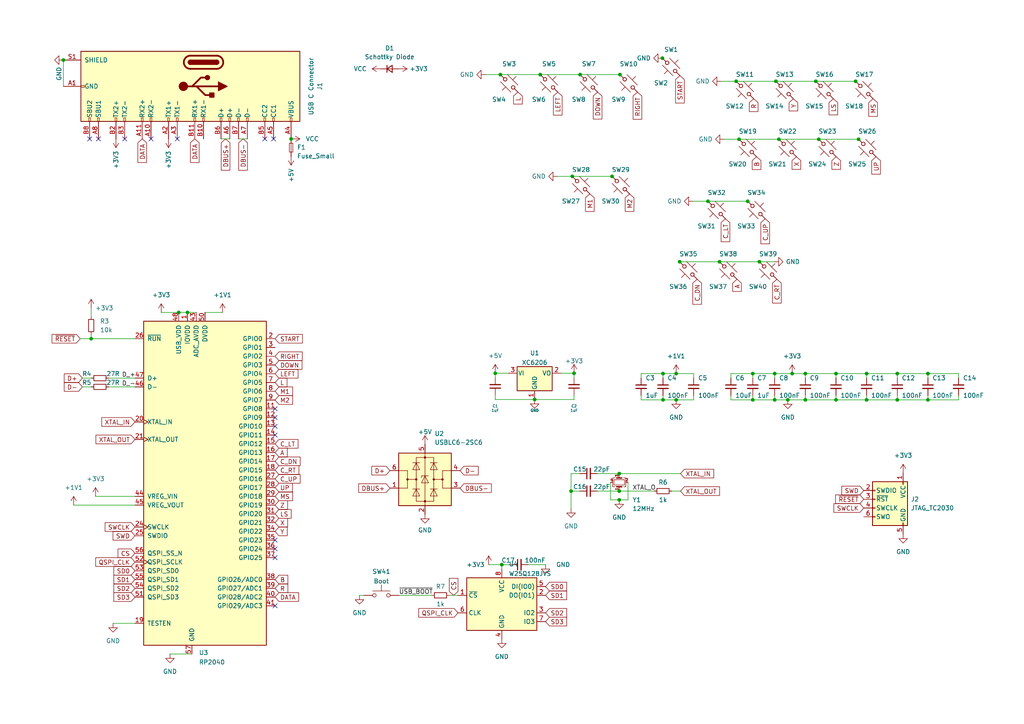
<source format=kicad_sch>
(kicad_sch (version 20211123) (generator eeschema)
  (paper "A4")
  (junction (at 179.6034 137.3632))
  (junction (at 218.3384 115.9764))
  (junction (at 251.3584 108.3564))
  (junction (at 237.4646 40.386))
  (junction (at 251.3584 115.9764))
  (junction (at 84.4296 40.2844))
  (junction (at 218.3384 108.3564))
  (junction (at 179.8066 21.6408))
  (junction (at 269.1384 108.3564))
  (junction (at 145.1356 21.6408))
  (junction (at 248.158 23.5712))
  (junction (at 155.067 115.8748) (diameter 0.9144))
  (junction (at 196.1134 108.3564))
  (junction (at 269.1384 115.9764))
  (junction (at 216.8652 58.3692))
  (junction (at 233.5784 108.3564))
  (junction (at 192.3034 115.9764))
  (junction (at 228.4984 115.9764))
  (junction (at 18.3896 17.4244))
  (junction (at 242.4684 115.9764))
  (junction (at 143.637 108.2548) (diameter 0.9144))
  (junction (at 26.4414 98.2472))
  (junction (at 229.7684 108.3564))
  (junction (at 236.6264 23.5712))
  (junction (at 249.0216 40.386))
  (junction (at 165.989 51.1556))
  (junction (at 51.8414 90.6272))
  (junction (at 224.6884 108.3564))
  (junction (at 197.1294 75.9206))
  (junction (at 196.1134 115.9764))
  (junction (at 165.6334 142.4432))
  (junction (at 260.2484 115.9764))
  (junction (at 54.3814 90.6272))
  (junction (at 179.6034 144.9832))
  (junction (at 192.3034 108.3564))
  (junction (at 179.6034 142.4432))
  (junction (at 214.3506 40.386))
  (junction (at 168.2496 21.6408))
  (junction (at 156.6926 21.6408))
  (junction (at 213.5124 23.5712))
  (junction (at 225.044 23.5712))
  (junction (at 233.5784 115.9764))
  (junction (at 145.542 163.7792))
  (junction (at 242.4684 108.3564))
  (junction (at 208.6864 75.9206))
  (junction (at 192.1256 16.8656))
  (junction (at 166.497 108.2548) (diameter 0.9144))
  (junction (at 224.6884 115.9764))
  (junction (at 225.9076 40.386))
  (junction (at 260.2484 108.3564))
  (junction (at 177.5206 51.1556))
  (junction (at 220.2434 75.9206))
  (junction (at 205.3336 58.3692))
  (no_connect (at 79.3496 40.2844))
  (no_connect (at 76.8096 40.2844))
  (no_connect (at 79.7814 118.5672))
  (no_connect (at 79.7814 121.1072))
  (no_connect (at 79.7814 123.6472))
  (no_connect (at 79.7814 126.1872))
  (no_connect (at 79.7814 156.6672))
  (no_connect (at 79.7814 159.2072))
  (no_connect (at 79.7814 161.7472))
  (no_connect (at 79.7814 175.7172))
  (no_connect (at 51.4096 40.2844))
  (no_connect (at 43.7896 40.2844))
  (no_connect (at 36.1696 40.2844))
  (no_connect (at 28.5496 40.2844))
  (no_connect (at 26.0096 40.2844))
  (wire (pts (xy 260.2484 114.7064) (xy 260.2484 115.9764)))
  (wire (pts (xy 192.3034 108.3564) (xy 185.9534 108.3564)))
  (wire (pts (xy 278.0284 108.3564) (xy 278.0284 109.6264)))
  (wire (pts (xy 205.3336 58.3692) (xy 216.8652 58.3692)))
  (wire (pts (xy 162.687 108.2548) (xy 166.497 108.2548)))
  (wire (pts (xy 32.7914 180.7972) (xy 39.1414 180.7972)))
  (wire (pts (xy 233.5784 108.3564) (xy 233.5784 109.6264)))
  (wire (pts (xy 156.6926 21.6408) (xy 168.2496 21.6408)))
  (wire (pts (xy 39.1414 146.5072) (xy 21.3614 146.5072)))
  (wire (pts (xy 224.6884 108.3564) (xy 224.6884 109.6264)))
  (wire (pts (xy 218.3384 114.7064) (xy 218.3384 115.9764)))
  (wire (pts (xy 213.5124 23.5712) (xy 225.044 23.5712)))
  (wire (pts (xy 224.5614 75.9206) (xy 220.2434 75.9206)))
  (wire (pts (xy 59.4614 90.6272) (xy 64.5414 90.6272)))
  (wire (pts (xy 269.1384 108.3564) (xy 278.0284 108.3564)))
  (wire (pts (xy 31.5214 109.6772) (xy 39.1414 109.6772)))
  (wire (pts (xy 260.2484 115.9764) (xy 269.1384 115.9764)))
  (wire (pts (xy 182.1434 139.9032) (xy 182.1434 144.9832)))
  (wire (pts (xy 218.3384 115.9764) (xy 224.6884 115.9764)))
  (wire (pts (xy 155.067 115.8748) (xy 166.497 115.8748)))
  (wire (pts (xy 165.6334 137.3632) (xy 165.6334 142.4432)))
  (wire (pts (xy 197.1294 75.9206) (xy 208.6864 75.9206)))
  (wire (pts (xy 153.162 163.7792) (xy 158.242 163.7792)))
  (wire (pts (xy 278.0284 115.9764) (xy 278.0284 114.7064)))
  (wire (pts (xy 211.9884 114.7064) (xy 211.9884 115.9764)))
  (wire (pts (xy 211.9884 109.6264) (xy 211.9884 108.3564)))
  (wire (pts (xy 54.3814 90.6272) (xy 56.9214 90.6272)))
  (wire (pts (xy 196.1134 108.3564) (xy 201.1934 108.3564)))
  (wire (pts (xy 161.671 51.1556) (xy 165.989 51.1556)))
  (wire (pts (xy 182.1434 144.9832) (xy 179.6034 144.9832)))
  (wire (pts (xy 208.6864 75.9206) (xy 220.2434 75.9206)))
  (wire (pts (xy 177.0634 144.9832) (xy 179.6034 144.9832)))
  (wire (pts (xy 236.6264 23.5712) (xy 248.158 23.5712)))
  (wire (pts (xy 242.4684 108.3564) (xy 251.3584 108.3564)))
  (wire (pts (xy 192.3034 114.7064) (xy 192.3034 115.9764)))
  (wire (pts (xy 233.5784 115.9764) (xy 233.5784 114.7064)))
  (wire (pts (xy 185.9534 115.9764) (xy 192.3034 115.9764)))
  (wire (pts (xy 196.1134 108.3564) (xy 192.3034 108.3564)))
  (wire (pts (xy 185.9534 114.7064) (xy 185.9534 115.9764)))
  (wire (pts (xy 251.3584 108.3564) (xy 260.2484 108.3564)))
  (wire (pts (xy 224.6884 114.7064) (xy 224.6884 115.9764)))
  (wire (pts (xy 260.2484 108.3564) (xy 269.1384 108.3564)))
  (wire (pts (xy 49.3014 189.6872) (xy 55.6514 189.6872)))
  (wire (pts (xy 23.9014 112.2172) (xy 26.4414 112.2172)))
  (wire (pts (xy 173.2534 142.4432) (xy 179.6034 142.4432)))
  (wire (pts (xy 104.267 172.6692) (xy 105.537 172.6692)))
  (wire (pts (xy 211.9884 108.3564) (xy 218.3384 108.3564)))
  (wire (pts (xy 192.3034 108.3564) (xy 192.3034 109.6264)))
  (wire (pts (xy 225.044 23.5712) (xy 236.6264 23.5712)))
  (wire (pts (xy 143.637 114.6048) (xy 143.637 115.8748)))
  (wire (pts (xy 224.6884 108.3564) (xy 229.7684 108.3564)))
  (wire (pts (xy 233.5784 108.3564) (xy 242.4684 108.3564)))
  (wire (pts (xy 23.9014 109.6772) (xy 26.4414 109.6772)))
  (wire (pts (xy 145.542 163.7792) (xy 145.542 165.0492)))
  (wire (pts (xy 225.9076 40.386) (xy 237.4646 40.386)))
  (wire (pts (xy 179.6034 137.3632) (xy 197.3834 137.3632)))
  (wire (pts (xy 26.4414 98.2472) (xy 39.1414 98.2472)))
  (wire (pts (xy 211.9884 115.9764) (xy 218.3384 115.9764)))
  (wire (pts (xy 27.7114 143.9672) (xy 39.1414 143.9672)))
  (wire (pts (xy 26.4414 89.3572) (xy 26.4414 91.8972)))
  (wire (pts (xy 237.4646 40.386) (xy 249.0216 40.386)))
  (wire (pts (xy 224.6884 115.9764) (xy 228.4984 115.9764)))
  (wire (pts (xy 143.637 108.2548) (xy 143.637 109.5248)))
  (wire (pts (xy 66.6496 40.2844) (xy 64.1096 40.2844)))
  (wire (pts (xy 214.3506 40.386) (xy 225.9076 40.386)))
  (wire (pts (xy 269.1384 115.9764) (xy 278.0284 115.9764)))
  (wire (pts (xy 233.5784 115.9764) (xy 242.4684 115.9764)))
  (wire (pts (xy 192.3034 115.9764) (xy 196.1134 115.9764)))
  (wire (pts (xy 166.497 114.6048) (xy 166.497 115.8748)))
  (wire (pts (xy 140.8176 21.6408) (xy 145.1356 21.6408)))
  (wire (pts (xy 251.3584 115.9764) (xy 260.2484 115.9764)))
  (wire (pts (xy 165.6334 142.4432) (xy 165.6334 147.5232)))
  (wire (pts (xy 155.067 115.8748) (xy 143.637 115.8748)))
  (wire (pts (xy 229.7684 108.3564) (xy 233.5784 108.3564)))
  (wire (pts (xy 26.4414 96.9772) (xy 26.4414 98.2472)))
  (wire (pts (xy 185.9534 108.3564) (xy 185.9534 109.6264)))
  (wire (pts (xy 251.3584 114.7064) (xy 251.3584 115.9764)))
  (wire (pts (xy 130.302 172.6692) (xy 132.842 172.6692)))
  (wire (pts (xy 71.7296 40.2844) (xy 69.1896 40.2844)))
  (wire (pts (xy 251.3584 108.3564) (xy 251.3584 109.6264)))
  (wire (pts (xy 18.3896 17.4244) (xy 18.3896 25.0444)))
  (wire (pts (xy 177.0634 139.9032) (xy 177.0634 144.9832)))
  (wire (pts (xy 165.989 51.1556) (xy 177.5206 51.1556)))
  (wire (pts (xy 269.1384 108.3564) (xy 269.1384 109.6264)))
  (wire (pts (xy 173.2534 137.3632) (xy 179.6034 137.3632)))
  (wire (pts (xy 201.1934 115.9764) (xy 201.1934 114.7064)))
  (wire (pts (xy 242.4684 115.9764) (xy 251.3584 115.9764)))
  (wire (pts (xy 166.497 108.2548) (xy 166.497 109.5248)))
  (wire (pts (xy 210.058 40.386) (xy 214.3506 40.386)))
  (wire (pts (xy 145.542 163.7792) (xy 148.082 163.7792)))
  (wire (pts (xy 218.3384 108.3564) (xy 218.3384 109.6264)))
  (wire (pts (xy 168.2496 21.6408) (xy 179.8066 21.6408)))
  (wire (pts (xy 242.4684 108.3564) (xy 242.4684 109.6264)))
  (wire (pts (xy 143.637 108.2548) (xy 147.447 108.2548)))
  (wire (pts (xy 46.7614 90.6272) (xy 51.8414 90.6272)))
  (wire (pts (xy 201.0156 58.3692) (xy 205.3336 58.3692)))
  (wire (pts (xy 260.2484 108.3564) (xy 260.2484 109.6264)))
  (wire (pts (xy 224.6884 108.3564) (xy 218.3384 108.3564)))
  (wire (pts (xy 51.8414 90.6272) (xy 54.3814 90.6272)))
  (wire (pts (xy 145.1356 21.6408) (xy 156.6926 21.6408)))
  (wire (pts (xy 168.1734 137.3632) (xy 165.6334 137.3632)))
  (wire (pts (xy 141.732 163.7792) (xy 145.542 163.7792)))
  (wire (pts (xy 201.1934 108.3564) (xy 201.1934 109.6264)))
  (wire (pts (xy 165.6334 142.4432) (xy 168.1734 142.4432)))
  (wire (pts (xy 228.4984 115.9764) (xy 233.5784 115.9764)))
  (wire (pts (xy 31.5214 112.2172) (xy 39.1414 112.2172)))
  (wire (pts (xy 209.1944 23.5712) (xy 213.5124 23.5712)))
  (wire (pts (xy 23.2664 98.2472) (xy 26.4414 98.2472)))
  (wire (pts (xy 269.1384 115.9764) (xy 269.1384 114.7064)))
  (wire (pts (xy 196.1134 115.9764) (xy 201.1934 115.9764)))
  (wire (pts (xy 179.6034 142.4432) (xy 189.7634 142.4432)))
  (wire (pts (xy 115.697 172.6692) (xy 125.222 172.6692)))
  (wire (pts (xy 194.8434 142.4432) (xy 197.3834 142.4432)))
  (wire (pts (xy 242.4684 115.9764) (xy 242.4684 114.7064)))
  (label "D_-" (at 35.3314 112.2172 0))
  (label "~{USB_BOOT}" (at 115.697 172.6692 0))
  (label "D_+" (at 35.3314 109.6772 0))
  (label "XTAL_O" (at 183.4134 142.4432 0))
  (global_label "START" (shape input) (at 79.7814 98.2472 0) (property "Intersheet References" "${INTERSHEET_REFS}" (effects hide)))
  (global_label "SD0" (shape input) (at 158.242 170.1292 0) (property "Intersheet References" "${INTERSHEET_REFS}" (effects hide)))
  (global_label "RIGHT" (shape input) (at 184.8866 26.7208 270) (property "Intersheet References" "${INTERSHEET_REFS}" (effects hide)))
  (global_label "SD2" (shape input) (at 158.242 177.7492 0) (property "Intersheet References" "${INTERSHEET_REFS}" (effects hide)))
  (global_label "SD2" (shape input) (at 39.1414 170.6372 180) (property "Intersheet References" "${INTERSHEET_REFS}" (effects hide)))
  (global_label "DBUS+" (shape input) (at 113.1062 141.5796 180) (property "Intersheet References" "${INTERSHEET_REFS}" (effects hide)))
  (global_label "SWD" (shape input) (at 39.1414 155.3972 180) (property "Intersheet References" "${INTERSHEET_REFS}" (effects hide)))
  (global_label "SWCLK" (shape input) (at 39.1414 152.8572 180) (property "Intersheet References" "${INTERSHEET_REFS}" (effects hide)))
  (global_label "RIGHT" (shape input) (at 79.7814 103.3272 0) (property "Intersheet References" "${INTERSHEET_REFS}" (effects hide)))
  (global_label "D+" (shape input) (at 23.9014 109.6772 180) (property "Intersheet References" "${INTERSHEET_REFS}" (effects hide)))
  (global_label "M2" (shape input) (at 182.6006 56.2356 270) (property "Intersheet References" "${INTERSHEET_REFS}" (effects hide)))
  (global_label "C_RT" (shape input) (at 225.3234 81.0006 270) (property "Intersheet References" "${INTERSHEET_REFS}" (effects hide)))
  (global_label "DATA" (shape input) (at 56.4896 40.2844 270) (property "Intersheet References" "${INTERSHEET_REFS}" (effects hide)))
  (global_label "M2" (shape input) (at 79.7814 116.0272 0) (property "Intersheet References" "${INTERSHEET_REFS}" (effects hide)))
  (global_label "DBUS-" (shape input) (at 133.4262 141.5796 0) (property "Intersheet References" "${INTERSHEET_REFS}" (effects hide)))
  (global_label "D-" (shape input) (at 133.4262 136.4996 0) (property "Intersheet References" "${INTERSHEET_REFS}" (effects hide)))
  (global_label "DOWN" (shape input) (at 173.3296 26.7208 270) (property "Intersheet References" "${INTERSHEET_REFS}" (effects hide)))
  (global_label "L" (shape input) (at 79.7814 110.9472 0) (property "Intersheet References" "${INTERSHEET_REFS}" (effects hide)))
  (global_label "SD3" (shape input) (at 158.242 180.2892 0) (property "Intersheet References" "${INTERSHEET_REFS}" (effects hide)))
  (global_label "QSPI_CLK" (shape input) (at 132.842 177.7492 180) (property "Intersheet References" "${INTERSHEET_REFS}" (effects hide)))
  (global_label "Y" (shape input) (at 79.7814 154.1272 0) (property "Intersheet References" "${INTERSHEET_REFS}" (effects hide)))
  (global_label "CS" (shape input) (at 131.572 172.6692 90) (property "Intersheet References" "${INTERSHEET_REFS}" (effects hide)))
  (global_label "DATA" (shape input) (at 41.2496 40.2844 270) (property "Intersheet References" "${INTERSHEET_REFS}" (effects hide)))
  (global_label "SD3" (shape input) (at 39.1414 173.1772 180) (property "Intersheet References" "${INTERSHEET_REFS}" (effects hide)))
  (global_label "QSPI_CLK" (shape input) (at 39.1414 163.0172 180) (property "Intersheet References" "${INTERSHEET_REFS}" (effects hide)))
  (global_label "DBUS+" (shape input) (at 65.4304 40.2844 270) (property "Intersheet References" "${INTERSHEET_REFS}" (effects hide)))
  (global_label "L" (shape input) (at 150.2156 26.7208 270) (property "Intersheet References" "${INTERSHEET_REFS}" (effects hide)))
  (global_label "C_DN" (shape input) (at 79.7814 133.8072 0) (property "Intersheet References" "${INTERSHEET_REFS}" (effects hide)))
  (global_label "R" (shape input) (at 79.7814 170.6372 0) (property "Intersheet References" "${INTERSHEET_REFS}" (effects hide)))
  (global_label "Z" (shape input) (at 79.7814 146.5072 0) (property "Intersheet References" "${INTERSHEET_REFS}" (effects hide)))
  (global_label "LS" (shape input) (at 241.7064 28.6512 270) (property "Intersheet References" "${INTERSHEET_REFS}" (effects hide)))
  (global_label "~{RESET}" (shape input) (at 23.2664 98.2472 180) (property "Intersheet References" "${INTERSHEET_REFS}" (effects hide)))
  (global_label "~{RESET}" (shape input) (at 250.5202 144.8054 180) (property "Intersheet References" "${INTERSHEET_REFS}" (effects hide)))
  (global_label "XTAL_OUT" (shape input) (at 39.1414 127.4572 180) (property "Intersheet References" "${INTERSHEET_REFS}" (effects hide)))
  (global_label "SD1" (shape input) (at 39.1414 168.0972 180) (property "Intersheet References" "${INTERSHEET_REFS}" (effects hide)))
  (global_label "SWCLK" (shape input) (at 250.5202 147.3454 180) (property "Intersheet References" "${INTERSHEET_REFS}" (effects hide)))
  (global_label "X" (shape input) (at 79.7814 151.5872 0) (property "Intersheet References" "${INTERSHEET_REFS}" (effects hide)))
  (global_label "A" (shape input) (at 79.7814 131.2672 0) (property "Intersheet References" "${INTERSHEET_REFS}" (effects hide)))
  (global_label "XTAL_OUT" (shape input) (at 197.3834 142.4432 0) (property "Intersheet References" "${INTERSHEET_REFS}" (effects hide)))
  (global_label "LEFT" (shape input) (at 161.7726 26.7208 270) (property "Intersheet References" "${INTERSHEET_REFS}" (effects hide)))
  (global_label "CS" (shape input) (at 39.1414 160.4772 180) (property "Intersheet References" "${INTERSHEET_REFS}" (effects hide)))
  (global_label "LS" (shape input) (at 79.7814 149.0472 0) (property "Intersheet References" "${INTERSHEET_REFS}" (effects hide)))
  (global_label "A" (shape input) (at 213.7664 81.0006 270) (property "Intersheet References" "${INTERSHEET_REFS}" (effects hide)))
  (global_label "START" (shape input) (at 197.2056 21.9456 270) (property "Intersheet References" "${INTERSHEET_REFS}" (effects hide)))
  (global_label "Y" (shape input) (at 230.124 28.6512 270) (property "Intersheet References" "${INTERSHEET_REFS}" (effects hide)))
  (global_label "SD0" (shape input) (at 39.1414 165.5572 180) (property "Intersheet References" "${INTERSHEET_REFS}" (effects hide)))
  (global_label "SD1" (shape input) (at 158.242 172.6692 0) (property "Intersheet References" "${INTERSHEET_REFS}" (effects hide)))
  (global_label "DOWN" (shape input) (at 79.7814 105.8672 0) (property "Intersheet References" "${INTERSHEET_REFS}" (effects hide)))
  (global_label "LEFT" (shape input) (at 79.7814 108.4072 0) (property "Intersheet References" "${INTERSHEET_REFS}" (effects hide)))
  (global_label "DBUS-" (shape input) (at 70.5104 40.2844 270) (property "Intersheet References" "${INTERSHEET_REFS}" (effects hide)))
  (global_label "C_LT" (shape input) (at 210.4136 63.4492 270) (property "Intersheet References" "${INTERSHEET_REFS}" (effects hide)))
  (global_label "UP" (shape input) (at 79.7814 141.4272 0) (property "Intersheet References" "${INTERSHEET_REFS}" (effects hide)))
  (global_label "X" (shape input) (at 230.9876 45.466 270) (property "Intersheet References" "${INTERSHEET_REFS}" (effects hide)))
  (global_label "C_LT" (shape input) (at 79.7814 128.7272 0) (property "Intersheet References" "${INTERSHEET_REFS}" (effects hide)))
  (global_label "Z" (shape input) (at 242.5446 45.466 270) (property "Intersheet References" "${INTERSHEET_REFS}" (effects hide)))
  (global_label "R" (shape input) (at 218.5924 28.6512 270) (property "Intersheet References" "${INTERSHEET_REFS}" (effects hide)))
  (global_label "XTAL_IN" (shape input) (at 197.3834 137.3632 0) (property "Intersheet References" "${INTERSHEET_REFS}" (effects hide)))
  (global_label "D+" (shape input) (at 113.1062 136.4996 180) (property "Intersheet References" "${INTERSHEET_REFS}" (effects hide)))
  (global_label "DATA" (shape input) (at 79.7814 173.1772 0) (property "Intersheet References" "${INTERSHEET_REFS}" (effects hide)))
  (global_label "C_DN" (shape input) (at 202.2094 81.0006 270) (property "Intersheet References" "${INTERSHEET_REFS}" (effects hide)))
  (global_label "C_RT" (shape input) (at 79.7814 136.3472 0) (property "Intersheet References" "${INTERSHEET_REFS}" (effects hide)))
  (global_label "MS" (shape input) (at 79.7814 143.9672 0) (property "Intersheet References" "${INTERSHEET_REFS}" (effects hide)))
  (global_label "M1" (shape input) (at 79.7814 113.4872 0) (property "Intersheet References" "${INTERSHEET_REFS}" (effects hide)))
  (global_label "D-" (shape input) (at 23.9014 112.2172 180) (property "Intersheet References" "${INTERSHEET_REFS}" (effects hide)))
  (global_label "M1" (shape input) (at 171.069 56.2356 270) (property "Intersheet References" "${INTERSHEET_REFS}" (effects hide)))
  (global_label "MS" (shape input) (at 253.238 28.6512 270) (property "Intersheet References" "${INTERSHEET_REFS}" (effects hide)))
  (global_label "SWD" (shape input) (at 250.5202 142.2654 180) (property "Intersheet References" "${INTERSHEET_REFS}" (effects hide)))
  (global_label "C_UP" (shape input) (at 79.7814 138.8872 0) (property "Intersheet References" "${INTERSHEET_REFS}" (effects hide)))
  (global_label "XTAL_IN" (shape input) (at 39.1414 122.3772 180) (property "Intersheet References" "${INTERSHEET_REFS}" (effects hide)))
  (global_label "B" (shape input) (at 79.7814 168.0972 0) (property "Intersheet References" "${INTERSHEET_REFS}" (effects hide)))
  (global_label "C_UP" (shape input) (at 221.9452 63.4492 270) (property "Intersheet References" "${INTERSHEET_REFS}" (effects hide)))
  (global_label "B" (shape input) (at 219.4306 45.466 270) (property "Intersheet References" "${INTERSHEET_REFS}" (effects hide)))
  (global_label "UP" (shape input) (at 254.1016 45.466 270) (property "Intersheet References" "${INTERSHEET_REFS}" (effects hide)))
  (symbol (lib_id "power:+3V3") (at 27.7114 143.9672 0) (unit 1)
    (property "Reference" "#PWR028" (effects hide))
    (property "Value" "+3V3" (at 27.7114 138.8872 0))
  )
  (symbol (lib_id "Device:R_Small") (at 26.4414 94.4372 0) (unit 1)
    (property "Reference" "R3" (at 28.9814 93.1671 0) (effects (justify left)))
    (property "Value" "10k" (at 28.9814 95.7071 0) (effects (justify left)))
    (property "Footprint" "Resistor_SMD:R_0402_1005Metric" (effects hide))
    (property "LCSC" "C25744" (effects hide))
  )
  (symbol (lib_id "marbastlib-mx:MX_SW_solder") (at 239.1664 26.1112 180) (unit 1)
    (property "Reference" "SW15" (at 236.22 30.7848 0))
    (property "Value" "MX_SW_solder" (effects hide))
    (property "Footprint" "marbastlib-mx:SW_MX_1u" (effects hide))
  )
  (symbol (lib_id "power:+3V3") (at 33.6296 40.2844 180) (unit 1)
    (property "Reference" "#PWR07" (effects hide))
    (property "Value" "+3V3" (at 33.6297 43.7388 90) (effects (justify left)))
  )
  (symbol (lib_id "marbastlib-mx:MX_SW_solder") (at 168.529 53.6956 180) (unit 1)
    (property "Reference" "SW27" (at 165.5826 58.3692 0))
    (property "Value" "MX_SW_solder" (effects hide))
    (property "Footprint" "marbastlib-mx:SW_MX_1u" (effects hide))
  )
  (symbol (lib_id "Device:C_Small") (at 170.7134 142.4432 90) (unit 1)
    (property "Reference" "C16" (at 168.1734 141.1732 90))
    (property "Value" "22pF" (at 174.5234 141.1732 90))
    (property "Footprint" "Capacitor_SMD:C_0402_1005Metric" (effects hide))
    (property "LCSC" "C1555" (effects hide))
  )
  (symbol (lib_id "Device:C_Small") (at 185.9534 112.1664 0) (unit 1)
    (property "Reference" "C3" (at 187.2234 109.6263 0) (effects (justify left)))
    (property "Value" "1uF" (at 187.2234 114.7063 0) (effects (justify left)))
    (property "Footprint" "Capacitor_SMD:C_0402_1005Metric" (effects hide))
    (property "LCSC" "C52923" (effects hide))
  )
  (symbol (lib_id "Device:C_Small") (at 143.637 112.0648 180) (unit 1)
    (property "Reference" "C1" (at 143.637 117.7798 0) (effects (font (size 0.762 0.762))))
    (property "Value" "1uF" (at 143.637 119.0498 0) (effects (font (size 0.762 0.762))))
    (property "Footprint" "Capacitor_SMD:C_0402_1005Metric" (effects hide))
    (property "LCSC" "C52923" (effects hide))
  )
  (symbol (lib_id "marbastlib-mx:MX_SW_HS") (at 222.7834 78.4606 0) (unit 1)
    (property "Reference" "SW39" (at 222.7834 73.66 0))
    (property "Value" "MX_SW_HS" (effects hide))
    (property "Footprint" "marbastlib-mx:SW_MX_HS_1u" (effects hide))
  )
  (symbol (lib_id "power:+3V3") (at 48.8696 40.2844 180) (unit 1)
    (property "Reference" "#PWR08" (effects hide))
    (property "Value" "+3V3" (at 48.8697 43.7388 90) (effects (justify left)))
  )
  (symbol (lib_id "Device:C_Small") (at 150.622 163.7792 90) (unit 1)
    (property "Reference" "C17" (at 149.3519 162.5092 90) (effects (justify left)))
    (property "Value" "100nF" (at 158.2419 162.5092 90) (effects (justify left)))
    (property "Footprint" "Capacitor_SMD:C_0402_1005Metric" (effects hide))
    (property "LCSC" "C1525" (effects hide))
  )
  (symbol (lib_id "Device:C_Small") (at 218.3384 112.1664 0) (unit 1)
    (property "Reference" "C7" (at 219.6084 109.6263 0) (effects (justify left)))
    (property "Value" "1uF" (at 219.6084 114.7063 0) (effects (justify left)))
    (property "Footprint" "Capacitor_SMD:C_0402_1005Metric" (effects hide))
    (property "LCSC" "C52923" (effects hide))
  )
  (symbol (lib_id "marbastlib-mx:MX_SW_HS") (at 180.0606 53.6956 0) (unit 1)
    (property "Reference" "SW29" (at 180.0606 49.2252 0))
    (property "Value" "MX_SW_HS" (effects hide))
    (property "Footprint" "marbastlib-mx:SW_MX_HS_1u" (effects hide))
  )
  (symbol (lib_id "marbastlib-mx:MX_SW_solder") (at 219.4052 60.9092 180) (unit 1)
    (property "Reference" "SW33" (at 216.4588 65.5828 0))
    (property "Value" "MX_SW_solder" (effects hide))
    (property "Footprint" "marbastlib-mx:SW_MX_1u" (effects hide))
  )
  (symbol (lib_id "marbastlib-mx:MX_SW_solder") (at 180.0606 53.6956 180) (unit 1)
    (property "Reference" "SW30" (at 177.1142 58.3692 0))
    (property "Value" "MX_SW_solder" (effects hide))
    (property "Footprint" "marbastlib-mx:SW_MX_1u" (effects hide))
  )
  (symbol (lib_id "Device:R_Small") (at 28.9814 112.2172 90) (unit 1)
    (property "Reference" "R5" (at 25.1714 110.9472 90))
    (property "Value" "27R" (at 32.7914 110.9472 90))
    (property "Footprint" "Resistor_SMD:R_0603_1608Metric" (effects hide))
    (property "LCSC" "C25190" (effects hide))
  )
  (symbol (lib_id "marbastlib-mx:MX_SW_solder") (at 228.4476 42.926 180) (unit 1)
    (property "Reference" "SW21" (at 225.5012 47.5996 0))
    (property "Value" "MX_SW_solder" (effects hide))
    (property "Footprint" "marbastlib-mx:SW_MX_1u" (effects hide))
  )
  (symbol (lib_id "marbastlib-mx:MX_SW_solder") (at 211.2264 78.4606 180) (unit 1)
    (property "Reference" "SW37" (at 208.28 83.1342 0))
    (property "Value" "MX_SW_solder" (effects hide))
    (property "Footprint" "marbastlib-mx:SW_MX_1u" (effects hide))
  )
  (symbol (lib_id "marbastlib-mx:MX_SW_HS") (at 170.7896 24.1808 0) (unit 1)
    (property "Reference" "SW7" (at 170.7896 18.542 0))
    (property "Value" "MX_SW_HS" (effects hide))
    (property "Footprint" "marbastlib-mx:SW_MX_HS_1u" (effects hide))
  )
  (symbol (lib_id "Device:C_Small") (at 242.4684 112.1664 0) (unit 1)
    (property "Reference" "C10" (at 243.7384 109.6263 0) (effects (justify left)))
    (property "Value" "100nF" (at 243.7384 114.7063 0) (effects (justify left)))
    (property "Footprint" "Capacitor_SMD:C_0402_1005Metric" (effects hide))
    (property "LCSC" "C1525" (effects hide))
  )
  (symbol (lib_id "Device:Fuse_Small") (at 84.4296 42.8244 270) (unit 1)
    (property "Reference" "F1" (at 86.1568 42.7228 90) (effects (justify left)))
    (property "Value" "Fuse_Small" (at 86.1568 45.2628 90) (effects (justify left)))
    (property "Footprint" "Fuse:Fuse_1206_3216Metric" (effects hide))
  )
  (symbol (lib_id "Device:R_Small") (at 28.9814 109.6772 90) (unit 1)
    (property "Reference" "R4" (at 25.1714 108.4072 90))
    (property "Value" "27R" (at 32.7914 108.4072 90))
    (property "Footprint" "Resistor_SMD:R_0603_1608Metric" (effects hide))
    (property "LCSC" "C25190" (effects hide))
  )
  (symbol (lib_id "Power_Protection:USBLC6-2SC6") (at 123.2662 139.0396 0) (unit 1)
    (property "Reference" "U2" (at 126.0349 125.7808 0) (effects (justify left)))
    (property "Value" "USBLC6-2SC6" (at 126.0349 128.3208 0) (effects (justify left)))
    (property "Footprint" "Package_TO_SOT_SMD:SOT-23-6" (effects hide))
    (property "Datasheet" "https://www.st.com/resource/en/datasheet/usblc6-2.pdf" (effects hide))
  )
  (symbol (lib_id "power:GND") (at 123.2662 149.1996 0) (unit 1)
    (property "Reference" "#PWR032" (effects hide))
    (property "Value" "GND" (at 123.2662 153.7621 0))
  )
  (symbol (lib_id "marbastlib-mx:MX_SW_solder") (at 251.5616 42.926 180) (unit 1)
    (property "Reference" "SW25" (at 248.6152 47.5996 0))
    (property "Value" "MX_SW_solder" (effects hide))
    (property "Footprint" "marbastlib-mx:SW_MX_1u" (effects hide))
  )
  (symbol (lib_id "power:+1V1") (at 196.1134 108.3564 0) (unit 1)
    (property "Reference" "#PWR021" (effects hide))
    (property "Value" "+1V1" (at 196.1134 103.2764 0))
  )
  (symbol (lib_id "marbastlib-mx:MX_SW_HS") (at 159.2326 24.1808 0) (unit 1)
    (property "Reference" "SW5" (at 159.2326 18.542 0))
    (property "Value" "MX_SW_HS" (effects hide))
    (property "Footprint" "marbastlib-mx:SW_MX_HS_1u" (effects hide))
  )
  (symbol (lib_id "Device:R_Small") (at 192.3034 142.4432 90) (unit 1)
    (property "Reference" "R6" (at 192.3034 139.9032 90))
    (property "Value" "1k" (at 192.3034 144.9832 90))
    (property "Footprint" "Resistor_SMD:R_0402_1005Metric" (effects hide))
    (property "LCSC" "C11702" (effects hide))
  )
  (symbol (lib_id "power:GND") (at 161.671 51.1556 270) (unit 1)
    (property "Reference" "#PWR012" (effects hide))
    (property "Value" "GND" (at 158.3182 51.1555 90) (effects (justify right)))
  )
  (symbol (lib_id "Memory_Flash:W25Q128JVS") (at 145.542 175.2092 0) (unit 1)
    (property "Reference" "U4" (at 147.5614 163.6227 0) (effects (justify left)))
    (property "Value" "W25Q128JVS" (at 147.5614 166.3978 0) (effects (justify left)))
    (property "Footprint" "Package_SO:SOIC-8_5.23x5.23mm_P1.27mm" (effects hide))
    (property "Datasheet" "http://www.winbond.com/resource-files/w25q128jv_dtr%20revc%2003272018%20plus.pdf" (effects hide))
    (property "LCSC" "C97521" (effects hide))
  )
  (symbol (lib_id "marbastlib-mx:MX_SW_HS") (at 240.0046 42.926 0) (unit 1)
    (property "Reference" "SW23" (at 240.0046 38.1 0))
    (property "Value" "MX_SW_HS" (effects hide))
    (property "Footprint" "marbastlib-mx:SW_MX_HS_1u" (effects hide))
  )
  (symbol (lib_id "marbastlib-mx:MX_SW_HS") (at 216.8906 42.926 0) (unit 1)
    (property "Reference" "SW19" (at 216.8906 38.1 0))
    (property "Value" "MX_SW_HS" (effects hide))
    (property "Footprint" "marbastlib-mx:SW_MX_HS_1u" (effects hide))
  )
  (symbol (lib_id "power:+3.3V") (at 166.497 108.2548 0) (unit 1)
    (property "Reference" "#PWR020" (effects hide))
    (property "Value" "+3.3V" (at 166.497 104.7074 0))
  )
  (symbol (lib_id "marbastlib-mx:MX_SW_HS") (at 227.584 26.1112 0) (unit 1)
    (property "Reference" "SW13" (at 227.584 21.59 0))
    (property "Value" "MX_SW_HS" (effects hide))
    (property "Footprint" "marbastlib-mx:SW_MX_HS_1u" (effects hide))
  )
  (symbol (lib_id "Device:C_Small") (at 211.9884 112.1664 0) (unit 1)
    (property "Reference" "C6" (at 213.2584 109.6263 0) (effects (justify left)))
    (property "Value" "10uF" (at 213.2584 114.7063 0) (effects (justify left)))
    (property "Footprint" "Capacitor_SMD:C_0402_1005Metric" (effects hide))
    (property "LCSC" "C15525" (effects hide))
  )
  (symbol (lib_id "Device:C_Small") (at 201.1934 112.1664 0) (unit 1)
    (property "Reference" "C5" (at 202.4634 109.6263 0) (effects (justify left)))
    (property "Value" "100nF" (at 202.4634 114.7063 0) (effects (justify left)))
    (property "Footprint" "Capacitor_SMD:C_0402_1005Metric" (effects hide))
    (property "LCSC" "C1525" (effects hide))
  )
  (symbol (lib_id "marbastlib-mx:MX_SW_solder") (at 227.584 26.1112 180) (unit 1)
    (property "Reference" "SW14" (at 224.6376 30.7848 0))
    (property "Value" "MX_SW_solder" (effects hide))
    (property "Footprint" "marbastlib-mx:SW_MX_1u" (effects hide))
  )
  (symbol (lib_id "marbastlib-mx:MX_SW_HS") (at 147.6756 24.1808 0) (unit 1)
    (property "Reference" "SW3" (at 147.6756 18.542 0))
    (property "Value" "MX_SW_HS" (effects hide))
    (property "Footprint" "marbastlib-mx:SW_MX_HS_1u" (effects hide))
  )
  (symbol (lib_id "power:GND") (at 210.058 40.386 270) (unit 1)
    (property "Reference" "#PWR010" (effects hide))
    (property "Value" "GND" (at 206.7052 40.3859 90) (effects (justify right)))
  )
  (symbol (lib_id "marbastlib-mx:MX_SW_HS") (at 228.4476 42.926 0) (unit 1)
    (property "Reference" "SW22" (at 228.4476 38.1 0))
    (property "Value" "MX_SW_HS" (effects hide))
    (property "Footprint" "marbastlib-mx:SW_MX_HS_1u" (effects hide))
  )
  (symbol (lib_id "marbastlib-mx:MX_SW_solder") (at 159.2326 24.1808 180) (unit 1)
    (property "Reference" "SW6" (at 156.2862 28.8544 0))
    (property "Value" "MX_SW_solder" (effects hide))
    (property "Footprint" "marbastlib-mx:SW_MX_1u" (effects hide))
  )
  (symbol (lib_id "power:+3V3") (at 229.7684 108.3564 0) (unit 1)
    (property "Reference" "#PWR022" (effects hide))
    (property "Value" "+3V3" (at 229.7684 103.2764 0))
  )
  (symbol (lib_id "Sleep-lib:RP2040") (at 59.4614 141.4272 0) (unit 1)
    (property "Reference" "U3" (at 57.6708 189.2967 0) (effects (justify left)))
    (property "Value" "RP2040" (at 57.6708 192.0718 0) (effects (justify left)))
    (property "Footprint" "qw-footprints:RP2040-QFN-56" (effects hide))
    (property "Datasheet" "https://datasheets.raspberrypi.com/rp2040/rp2040-datasheet.pdf" (effects hide))
    (property "LCSC" "C2040" (effects hide))
  )
  (symbol (lib_id "marbastlib-mx:MX_SW_solder") (at 182.3466 24.1808 180) (unit 1)
    (property "Reference" "SW9" (at 179.4002 28.8544 0))
    (property "Value" "MX_SW_solder" (effects hide))
    (property "Footprint" "marbastlib-mx:SW_MX_1u" (effects hide))
  )
  (symbol (lib_id "power:+5V") (at 143.637 108.2548 0) (unit 1)
    (property "Reference" "#PWR019" (effects hide))
    (property "Value" "+5V" (at 143.637 103.1748 0))
  )
  (symbol (lib_id "power:+5V") (at 84.4296 45.3644 180) (unit 1)
    (property "Reference" "#PWR011" (effects hide))
    (property "Value" "+5V" (at 84.4297 48.8188 90) (effects (justify left)))
  )
  (symbol (lib_id "power:+3V3") (at 261.9502 137.1854 0) (unit 1)
    (property "Reference" "#PWR027" (effects hide))
    (property "Value" "+3V3" (at 261.9502 132.1054 0))
  )
  (symbol (lib_id "power:+3V3") (at 26.4414 89.3572 0) (unit 1)
    (property "Reference" "#PWR016" (effects hide))
    (property "Value" "+3V3" (at 30.2514 89.3572 0))
  )
  (symbol (lib_id "marbastlib-mx:MX_SW_HS") (at 239.1664 26.1112 0) (unit 1)
    (property "Reference" "SW16" (at 239.1664 21.59 0))
    (property "Value" "MX_SW_HS" (effects hide))
    (property "Footprint" "marbastlib-mx:SW_MX_HS_1u" (effects hide))
  )
  (symbol (lib_id "Device:D_Small") (at 113.0046 19.9644 0) (unit 1)
    (property "Reference" "D1" (at 113.0046 13.97 0))
    (property "Value" "Schottky Diode" (at 113.0046 16.51 0))
    (property "Footprint" "qw-footprints:CUSTOM D_SOD-123" (effects hide))
    (property "LCSC" "C130880" (effects hide))
  )
  (symbol (lib_id "power:GND") (at 209.1944 23.5712 270) (unit 1)
    (property "Reference" "#PWR06" (effects hide))
    (property "Value" "GND" (at 205.8416 23.5711 90) (effects (justify right)))
  )
  (symbol (lib_id "power:+1V1") (at 64.5414 90.6272 0) (unit 1)
    (property "Reference" "#PWR018" (effects hide))
    (property "Value" "+1V1" (at 64.5414 85.5472 0))
  )
  (symbol (lib_id "marbastlib-mx:MX_SW_HS") (at 216.0524 26.1112 0) (unit 1)
    (property "Reference" "SW11" (at 216.0524 21.59 0))
    (property "Value" "MX_SW_HS" (effects hide))
    (property "Footprint" "marbastlib-mx:SW_MX_HS_1u" (effects hide))
  )
  (symbol (lib_id "power:+3V3") (at 115.5446 19.9644 270) (unit 1)
    (property "Reference" "#PWR04" (effects hide))
    (property "Value" "+3V3" (at 124.079 19.9644 90) (effects (justify right)))
  )
  (symbol (lib_id "marbastlib-mx:MX_SW_solder") (at 147.6756 24.1808 180) (unit 1)
    (property "Reference" "SW4" (at 144.7292 28.8544 0))
    (property "Value" "MX_SW_solder" (effects hide))
    (property "Footprint" "marbastlib-mx:SW_MX_1u" (effects hide))
  )
  (symbol (lib_id "Connector:USB_C_Receptacle") (at 59.0296 25.0444 270) (unit 1)
    (property "Reference" "J1" (at 92.7608 25.0444 0))
    (property "Value" "USB C Connector" (at 90.2208 25.0444 0))
    (property "Footprint" "qw-footprints:TYPE-C_24P_QCHT" (effects hide))
    (property "Datasheet" "https://www.usb.org/sites/default/files/documents/usb_type-c.zip" (effects hide))
    (property "LCSC" "C456013" (effects hide))
  )
  (symbol (lib_id "Device:C_Small") (at 260.2484 112.1664 0) (unit 1)
    (property "Reference" "C12" (at 261.5184 109.6263 0) (effects (justify left)))
    (property "Value" "100nF" (at 261.5184 114.7063 0) (effects (justify left)))
    (property "Footprint" "Capacitor_SMD:C_0402_1005Metric" (effects hide))
    (property "LCSC" "C1525" (effects hide))
  )
  (symbol (lib_id "Device:C_Small") (at 224.6884 112.1664 0) (unit 1)
    (property "Reference" "C8" (at 225.9584 109.6263 0) (effects (justify left)))
    (property "Value" "100nF" (at 225.9584 114.7063 0) (effects (justify left)))
    (property "Footprint" "Capacitor_SMD:C_0402_1005Metric" (effects hide))
    (property "LCSC" "C1525" (effects hide))
  )
  (symbol (lib_id "power:GND") (at 32.7914 180.7972 0) (unit 1)
    (property "Reference" "#PWR037" (effects hide))
    (property "Value" "GND" (at 32.7914 185.8772 0))
  )
  (symbol (lib_id "marbastlib-mx:MX_SW_HS") (at 251.5616 42.926 0) (unit 1)
    (property "Reference" "SW26" (at 251.5616 38.1 0))
    (property "Value" "MX_SW_HS" (effects hide))
    (property "Footprint" "marbastlib-mx:SW_MX_HS_1u" (effects hide))
  )
  (symbol (lib_id "power:GND") (at 18.3896 17.4244 270) (unit 1)
    (property "Reference" "#PWR02" (effects hide))
    (property "Value" "GND" (at 17.1197 19.3548 0) (effects (justify left)))
  )
  (symbol (lib_id "power:GND") (at 145.542 185.3692 0) (unit 1)
    (property "Reference" "#PWR038" (effects hide))
    (property "Value" "GND" (at 145.542 190.4492 0))
  )
  (symbol (lib_id "power:GND") (at 192.1256 16.8656 270) (unit 1)
    (property "Reference" "#PWR01" (effects hide))
    (property "Value" "GND" (at 188.7728 16.8655 90) (effects (justify right)))
  )
  (symbol (lib_id "Regulator_Linear:XC6206PxxxMR") (at 155.067 108.2548 0) (unit 1)
    (property "Reference" "U1" (at 155.067 102.3833 0))
    (property "Value" "XC6206" (at 155.067 105.1584 0))
    (property "Footprint" "Package_TO_SOT_SMD:SOT-23" (effects hide))
    (property "Datasheet" "https://www.torexsemi.com/file/xc6206/XC6206.pdf" (effects hide))
    (property "LCSC" "C5446" (effects hide))
  )
  (symbol (lib_id "power:+3V3") (at 141.732 163.7792 0) (unit 1)
    (property "Reference" "#PWR034" (effects hide))
    (property "Value" "+3V3" (at 137.922 163.7792 0))
  )
  (symbol (lib_id "Device:R_Small") (at 127.762 172.6692 90) (unit 1)
    (property "Reference" "R7" (at 127.762 170.1292 90))
    (property "Value" "1k" (at 127.762 175.2092 90))
    (property "Footprint" "Resistor_SMD:R_0402_1005Metric" (effects hide))
    (property "LCSC" "C11702" (effects hide))
  )
  (symbol (lib_id "power:GND") (at 228.4984 115.9764 0) (unit 1)
    (property "Reference" "#PWR025" (effects hide))
    (property "Value" "GND" (at 228.4984 121.0564 0))
  )
  (symbol (lib_id "marbastlib-mx:MX_SW_solder") (at 207.8736 60.9092 180) (unit 1)
    (property "Reference" "SW31" (at 204.9272 65.5828 0))
    (property "Value" "MX_SW_solder" (effects hide))
    (property "Footprint" "marbastlib-mx:SW_MX_1u" (effects hide))
  )
  (symbol (lib_id "marbastlib-mx:MX_SW_HS") (at 250.698 26.1112 0) (unit 1)
    (property "Reference" "SW17" (at 250.698 21.59 0))
    (property "Value" "MX_SW_HS" (effects hide))
    (property "Footprint" "marbastlib-mx:SW_MX_HS_1u" (effects hide))
  )
  (symbol (lib_id "marbastlib-mx:MX_SW_HS") (at 182.3466 24.1808 0) (unit 1)
    (property "Reference" "SW10" (at 182.3466 18.542 0))
    (property "Value" "MX_SW_HS" (effects hide))
    (property "Footprint" "marbastlib-mx:SW_MX_HS_1u" (effects hide))
  )
  (symbol (lib_id "marbastlib-mx:MX_SW_HS") (at 168.529 53.6956 0) (unit 1)
    (property "Reference" "SW28" (at 168.529 49.2252 0))
    (property "Value" "MX_SW_HS" (effects hide))
    (property "Footprint" "marbastlib-mx:SW_MX_HS_1u" (effects hide))
  )
  (symbol (lib_id "power:GND") (at 155.067 115.8748 0) (unit 1)
    (property "Reference" "#PWR023" (effects hide))
    (property "Value" "GND" (at 155.067 119.0498 0) (effects (font (size 0.762 0.762))))
  )
  (symbol (lib_id "power:VCC") (at 84.4296 40.2844 270) (unit 1)
    (property "Reference" "#PWR09" (effects hide))
    (property "Value" "VCC" (at 88.646 40.2843 90) (effects (justify left)))
  )
  (symbol (lib_id "marbastlib-mx:MX_SW_solder") (at 216.8906 42.926 180) (unit 1)
    (property "Reference" "SW20" (at 213.9442 47.5996 0))
    (property "Value" "MX_SW_solder" (effects hide))
    (property "Footprint" "marbastlib-mx:SW_MX_1u" (effects hide))
  )
  (symbol (lib_id "Device:C_Small") (at 192.3034 112.1664 0) (unit 1)
    (property "Reference" "C4" (at 193.5734 109.6263 0) (effects (justify left)))
    (property "Value" "100nF" (at 193.5734 114.7063 0) (effects (justify left)))
    (property "Footprint" "Capacitor_SMD:C_0402_1005Metric" (effects hide))
    (property "LCSC" "C1525" (effects hide))
  )
  (symbol (lib_id "Device:C_Small") (at 166.497 112.0648 180) (unit 1)
    (property "Reference" "C2" (at 166.497 117.7798 0) (effects (font (size 0.762 0.762))))
    (property "Value" "1uF" (at 166.497 119.0498 0) (effects (font (size 0.762 0.762))))
    (property "Footprint" "Capacitor_SMD:C_0402_1005Metric" (effects hide))
    (property "LCSC" "C52923" (effects hide))
  )
  (symbol (lib_id "marbastlib-mx:MX_SW_solder") (at 216.0524 26.1112 180) (unit 1)
    (property "Reference" "SW12" (at 213.106 30.7848 0))
    (property "Value" "MX_SW_solder" (effects hide))
    (property "Footprint" "marbastlib-mx:SW_MX_1u" (effects hide))
  )
  (symbol (lib_id "power:GND") (at 158.242 163.7792 0) (unit 1)
    (property "Reference" "#PWR035" (effects hide))
    (property "Value" "GND" (at 163.322 163.7792 0))
  )
  (symbol (lib_id "marbastlib-mx:MX_SW_solder") (at 170.7896 24.1808 180) (unit 1)
    (property "Reference" "SW8" (at 167.8432 28.8544 0))
    (property "Value" "MX_SW_solder" (effects hide))
    (property "Footprint" "marbastlib-mx:SW_MX_1u" (effects hide))
  )
  (symbol (lib_id "marbastlib-mx:MX_SW_HS") (at 199.6694 78.4606 0) (unit 1)
    (property "Reference" "SW35" (at 199.6694 73.66 0))
    (property "Value" "MX_SW_HS" (effects hide))
    (property "Footprint" "marbastlib-mx:SW_MX_HS_1u" (effects hide))
  )
  (symbol (lib_id "Device:C_Small") (at 170.7134 137.3632 90) (unit 1)
    (property "Reference" "C15" (at 168.1734 136.0932 90))
    (property "Value" "22pF" (at 174.5234 136.0932 90))
    (property "Footprint" "Capacitor_SMD:C_0402_1005Metric" (effects hide))
    (property "LCSC" "C1555" (effects hide))
  )
  (symbol (lib_id "marbastlib-mx:MX_SW_HS") (at 194.6656 19.4056 0) (unit 1)
    (property "Reference" "SW1" (at 194.6656 14.3764 0))
    (property "Value" "MX_SW_HS" (effects hide))
    (property "Footprint" "marbastlib-mx:SW_MX_HS_1u" (effects hide))
  )
  (symbol (lib_id "power:+3V3") (at 46.7614 90.6272 0) (unit 1)
    (property "Reference" "#PWR017" (effects hide))
    (property "Value" "+3V3" (at 46.7614 85.5472 0))
  )
  (symbol (lib_id "Device:Crystal_GND24_Small") (at 179.6034 139.9032 90) (unit 1)
    (property "Reference" "Y1" (at 183.4134 144.9832 90) (effects (justify right)))
    (property "Value" "12MHz" (at 183.4134 147.5232 90) (effects (justify right)))
    (property "Footprint" "Crystal:Crystal_SMD_3225-4Pin_3.2x2.5mm" (effects hide))
    (property "LCSC" "C9002" (effects hide))
  )
  (symbol (lib_id "power:GND") (at 104.267 172.6692 0) (unit 1)
    (property "Reference" "#PWR036" (effects hide))
    (property "Value" "GND" (at 104.267 177.7492 0))
  )
  (symbol (lib_id "marbastlib-mx:MX_SW_HS") (at 219.4052 60.9092 0) (unit 1)
    (property "Reference" "SW34" (at 219.4052 55.88 0))
    (property "Value" "MX_SW_HS" (effects hide))
    (property "Footprint" "marbastlib-mx:SW_MX_HS_1u" (effects hide))
  )
  (symbol (lib_id "power:GND") (at 224.5614 75.9206 90) (unit 1)
    (property "Reference" "#PWR015" (effects hide))
    (property "Value" "GND" (at 227.9142 75.9207 90) (effects (justify right)))
  )
  (symbol (lib_id "power:VCC") (at 110.4646 19.9644 90) (unit 1)
    (property "Reference" "#PWR03" (effects hide))
    (property "Value" "VCC" (at 106.4006 19.9645 90) (effects (justify left)))
  )
  (symbol (lib_id "marbastlib-mx:MX_SW_HS") (at 211.2264 78.4606 0) (unit 1)
    (property "Reference" "SW38" (at 211.2264 73.66 0))
    (property "Value" "MX_SW_HS" (effects hide))
    (property "Footprint" "marbastlib-mx:SW_MX_HS_1u" (effects hide))
  )
  (symbol (lib_id "marbastlib-mx:MX_SW_solder") (at 240.0046 42.926 180) (unit 1)
    (property "Reference" "SW24" (at 237.0582 47.5996 0))
    (property "Value" "MX_SW_solder" (effects hide))
    (property "Footprint" "marbastlib-mx:SW_MX_1u" (effects hide))
  )
  (symbol (lib_id "Device:C_Small") (at 233.5784 112.1664 0) (unit 1)
    (property "Reference" "C9" (at 234.8484 109.6263 0) (effects (justify left)))
    (property "Value" "100nF" (at 234.8484 114.7063 0) (effects (justify left)))
    (property "Footprint" "Capacitor_SMD:C_0402_1005Metric" (effects hide))
    (property "LCSC" "C1525" (effects hide))
  )
  (symbol (lib_id "power:GND") (at 179.6034 144.9832 0) (unit 1)
    (property "Reference" "#PWR029" (effects hide))
    (property "Value" "GND" (at 179.6034 150.0632 0))
  )
  (symbol (lib_id "Switch:SW_Push") (at 110.617 172.6692 0) (unit 1) (in_bom no)
    (property "Reference" "SW41" (at 110.617 165.7817 0))
    (property "Value" "Boot" (at 110.617 168.5568 0))
    (property "Footprint" "Button_Switch_SMD:SW_SPST_SKQG_WithStem" (effects hide))
    (property "LCSC" "C5156480" (effects hide))
  )
  (symbol (lib_id "marbastlib-mx:MX_SW_solder") (at 199.6694 78.4606 180) (unit 1)
    (property "Reference" "SW36" (at 196.723 83.1342 0))
    (property "Value" "MX_SW_solder" (effects hide))
    (property "Footprint" "marbastlib-mx:SW_MX_1u" (effects hide))
  )
  (symbol (lib_id "power:GND") (at 196.1134 115.9764 0) (unit 1)
    (property "Reference" "#PWR024" (effects hide))
    (property "Value" "GND" (at 196.1134 121.0564 0))
  )
  (symbol (lib_id "power:GND") (at 261.9502 154.9654 0) (unit 1)
    (property "Reference" "#PWR033" (effects hide))
    (property "Value" "GND" (at 261.9502 160.0454 0))
  )
  (symbol (lib_id "marbastlib-various:JTAG_TC2030") (at 256.8702 147.3454 0) (unit 1)
    (property "Reference" "J2" (at 264.16 144.8053 0) (effects (justify left)))
    (property "Value" "JTAG_TC2030" (at 264.16 147.3453 0) (effects (justify left)))
    (property "Footprint" "marbastlib-various:CON_TC2030_outlined" (effects hide))
    (property "Datasheet" " ~" (effects hide))
  )
  (symbol (lib_id "Device:C_Small") (at 269.1384 112.1664 0) (unit 1)
    (property "Reference" "C13" (at 270.4084 109.6263 0) (effects (justify left)))
    (property "Value" "100nF" (at 270.4084 114.7063 0) (effects (justify left)))
    (property "Footprint" "Capacitor_SMD:C_0402_1005Metric" (effects hide))
    (property "LCSC" "C1525" (effects hide))
  )
  (symbol (lib_id "marbastlib-mx:MX_SW_solder") (at 222.7834 78.4606 180) (unit 1)
    (property "Reference" "SW40" (at 219.837 83.1342 0))
    (property "Value" "MX_SW_solder" (effects hide))
    (property "Footprint" "marbastlib-mx:SW_MX_1u" (effects hide))
  )
  (symbol (lib_id "marbastlib-mx:MX_SW_solder") (at 250.698 26.1112 180) (unit 1)
    (property "Reference" "SW18" (at 247.7516 30.7848 0))
    (property "Value" "MX_SW_solder" (effects hide))
    (property "Footprint" "marbastlib-mx:SW_MX_1u" (effects hide))
  )
  (symbol (lib_id "Device:C_Small") (at 278.0284 112.1664 0) (unit 1)
    (property "Reference" "C14" (at 279.2984 109.6263 0) (effects (justify left)))
    (property "Value" "100nF" (at 279.2984 114.7063 0) (effects (justify left)))
    (property "Footprint" "Capacitor_SMD:C_0402_1005Metric" (effects hide))
    (property "LCSC" "C1525" (effects hide))
  )
  (symbol (lib_id "power:GND") (at 49.3014 189.6872 0) (unit 1)
    (property "Reference" "#PWR039" (effects hide))
    (property "Value" "GND" (at 49.3014 194.7672 0))
  )
  (symbol (lib_id "power:+1V1") (at 21.3614 146.5072 0) (unit 1)
    (property "Reference" "#PWR030" (effects hide))
    (property "Value" "+1V1" (at 21.3614 141.4272 0))
  )
  (symbol (lib_id "Device:C_Small") (at 251.3584 112.1664 0) (unit 1)
    (property "Reference" "C11" (at 252.6284 109.6263 0) (effects (justify left)))
    (property "Value" "100nF" (at 252.6284 114.7063 0) (effects (justify left)))
    (property "Footprint" "Capacitor_SMD:C_0402_1005Metric" (effects hide))
    (property "LCSC" "C1525" (effects hide))
  )
  (symbol (lib_id "power:GND") (at 165.6334 147.5232 0) (unit 1)
    (property "Reference" "#PWR031" (effects hide))
    (property "Value" "GND" (at 165.6334 152.6032 0))
  )
  (symbol (lib_id "marbastlib-mx:MX_SW_solder") (at 194.6656 19.4056 180) (unit 1)
    (property "Reference" "SW2" (at 191.7192 24.0792 0))
    (property "Value" "MX_SW_solder" (effects hide))
    (property "Footprint" "marbastlib-mx:SW_MX_1u" (effects hide))
  )
  (symbol (lib_id "power:GND") (at 140.8176 21.6408 270) (unit 1)
    (property "Reference" "#PWR05" (effects hide))
    (property "Value" "GND" (at 137.4648 21.6407 90) (effects (justify right)))
  )
  (symbol (lib_id "marbastlib-mx:MX_SW_HS") (at 207.8736 60.9092 0) (unit 1)
    (property "Reference" "SW32" (at 207.8736 55.88 0))
    (property "Value" "MX_SW_HS" (effects hide))
    (property "Footprint" "marbastlib-mx:SW_MX_HS_1u" (effects hide))
  )
  (symbol (lib_id "power:+5V") (at 123.2662 128.8796 0) (unit 1)
    (property "Reference" "#PWR026" (effects hide))
    (property "Value" "+5V" (at 123.2662 125.2751 0))
  )
  (symbol (lib_id "power:GND") (at 201.0156 58.3692 270) (unit 1)
    (property "Reference" "#PWR014" (effects hide))
    (property "Value" "GND" (at 197.6628 58.3691 90) (effects (justify right)))
  )
)
</source>
